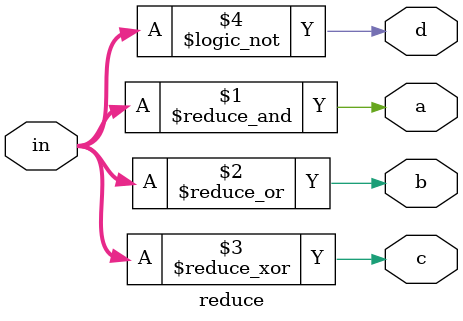
<source format=v>

module reduce(input [7:0] in, output a, output b, output c, output d);

assign a = &in;
assign b = |in;
assign c = ^in;
assign d = !in;

endmodule



</source>
